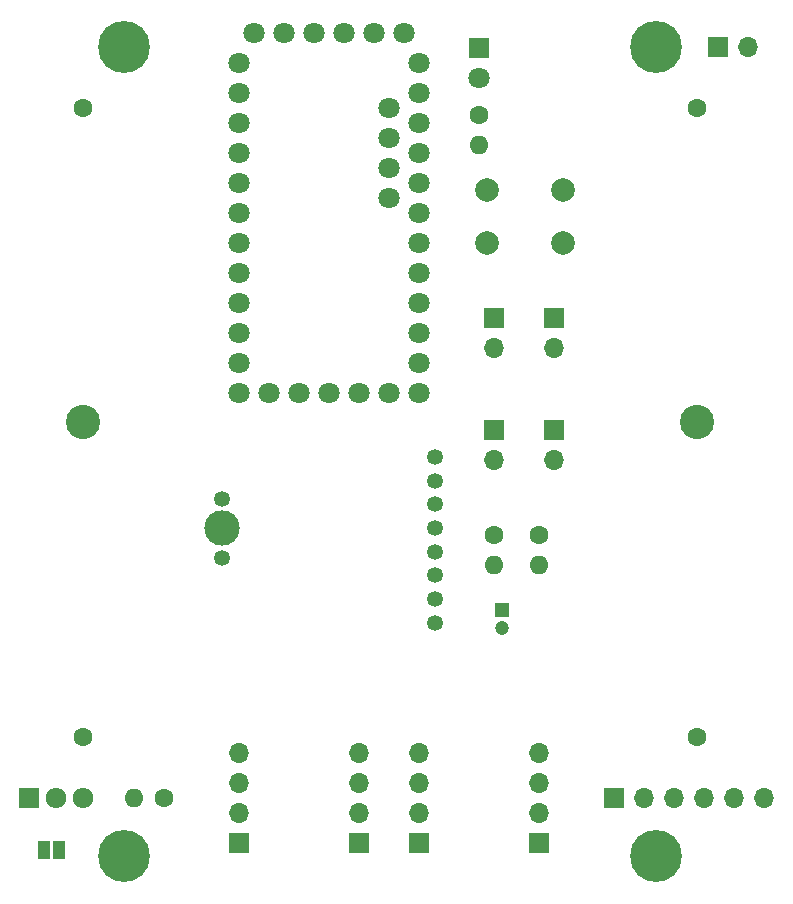
<source format=gbr>
G04 #@! TF.GenerationSoftware,KiCad,Pcbnew,5.1.10-88a1d61d58~88~ubuntu18.04.1*
G04 #@! TF.CreationDate,2021-10-06T13:12:02+02:00*
G04 #@! TF.ProjectId,HB-UNI-SEN-BATT_FUEL4EP,48422d55-4e49-42d5-9345-4e2d42415454,rev?*
G04 #@! TF.SameCoordinates,Original*
G04 #@! TF.FileFunction,Soldermask,Bot*
G04 #@! TF.FilePolarity,Negative*
%FSLAX46Y46*%
G04 Gerber Fmt 4.6, Leading zero omitted, Abs format (unit mm)*
G04 Created by KiCad (PCBNEW 5.1.10-88a1d61d58~88~ubuntu18.04.1) date 2021-10-06 13:12:02*
%MOMM*%
%LPD*%
G01*
G04 APERTURE LIST*
%ADD10C,0.700000*%
%ADD11C,4.400000*%
%ADD12C,2.900000*%
%ADD13C,1.600000*%
%ADD14C,2.000000*%
%ADD15R,1.000000X1.500000*%
%ADD16O,1.600000X1.600000*%
%ADD17O,1.717500X1.800000*%
%ADD18R,1.717500X1.800000*%
%ADD19C,1.800000*%
%ADD20R,1.800000X1.800000*%
%ADD21C,1.200000*%
%ADD22R,1.200000X1.200000*%
%ADD23C,3.000000*%
%ADD24C,1.350000*%
%ADD25O,1.700000X1.700000*%
%ADD26R,1.700000X1.700000*%
G04 APERTURE END LIST*
D10*
X162272800Y-148477200D03*
X161000000Y-147950000D03*
X159727200Y-148477200D03*
X159200000Y-149750000D03*
X159727200Y-151022800D03*
X161000000Y-151550000D03*
X162272800Y-151022800D03*
X162800000Y-149750000D03*
D11*
X161000000Y-149750000D03*
D10*
X117272800Y-148477200D03*
X116000000Y-147950000D03*
X114727200Y-148477200D03*
X114200000Y-149750000D03*
X114727200Y-151022800D03*
X116000000Y-151550000D03*
X117272800Y-151022800D03*
X117800000Y-149750000D03*
D11*
X116000000Y-149750000D03*
D10*
X162272800Y-79977200D03*
X161000000Y-79450000D03*
X159727200Y-79977200D03*
X159200000Y-81250000D03*
X159727200Y-82522800D03*
X161000000Y-83050000D03*
X162272800Y-82522800D03*
X162800000Y-81250000D03*
D11*
X161000000Y-81250000D03*
D10*
X117272800Y-79977200D03*
X116000000Y-79450000D03*
X114727200Y-79977200D03*
X114200000Y-81250000D03*
X114727200Y-82522800D03*
X116000000Y-83050000D03*
X117272800Y-82522800D03*
X117800000Y-81250000D03*
D11*
X116000000Y-81250000D03*
D12*
X164500000Y-113000000D03*
D13*
X164500000Y-86400000D03*
X164500000Y-139600000D03*
D14*
X153185000Y-93345000D03*
X153185000Y-97845000D03*
X146685000Y-93345000D03*
X146685000Y-97845000D03*
D15*
X109200000Y-149225000D03*
X110500000Y-149225000D03*
D16*
X147320000Y-125095000D03*
D13*
X147320000Y-122555000D03*
D16*
X151130000Y-125095000D03*
D13*
X151130000Y-122555000D03*
D16*
X116840000Y-144780000D03*
D13*
X119380000Y-144780000D03*
D16*
X146050000Y-89535000D03*
D13*
X146050000Y-86995000D03*
D17*
X112530000Y-144780000D03*
X110240000Y-144780000D03*
D18*
X107950000Y-144780000D03*
D19*
X146050000Y-83820000D03*
D20*
X146050000Y-81280000D03*
D21*
X147955000Y-130405000D03*
D22*
X147955000Y-128905000D03*
D12*
X112500000Y-113000000D03*
D13*
X112500000Y-139600000D03*
X112500000Y-86400000D03*
D19*
X139700000Y-80010000D03*
X137160000Y-80010000D03*
X134620000Y-80010000D03*
X132080000Y-80010000D03*
X129540000Y-80010000D03*
X127000000Y-80010000D03*
X128270000Y-110490000D03*
X130810000Y-110490000D03*
X133350000Y-110490000D03*
X138430000Y-91440000D03*
X138430000Y-93980000D03*
X125730000Y-110490000D03*
X125730000Y-107950000D03*
X125730000Y-105410000D03*
X125730000Y-102870000D03*
X125730000Y-100330000D03*
X125730000Y-97790000D03*
X125730000Y-95250000D03*
X125730000Y-92710000D03*
X125730000Y-90170000D03*
X125730000Y-87630000D03*
X125730000Y-85090000D03*
X125730000Y-82550000D03*
X140970000Y-82550000D03*
X140970000Y-85090000D03*
X140970000Y-87630000D03*
X140970000Y-90170000D03*
X140970000Y-92710000D03*
X140970000Y-95250000D03*
X140970000Y-97790000D03*
X140970000Y-100330000D03*
X140970000Y-102870000D03*
X140970000Y-105410000D03*
X140970000Y-107950000D03*
X140970000Y-110490000D03*
X138430000Y-110490000D03*
X135890000Y-110490000D03*
X138430000Y-88900000D03*
X138430000Y-86360000D03*
D23*
X124280000Y-121945000D03*
D24*
X124280000Y-119445000D03*
X124280000Y-124445000D03*
X142280000Y-117945000D03*
X142280000Y-119945000D03*
X142280000Y-121945000D03*
X142280000Y-123945000D03*
X142280000Y-125945000D03*
X142280000Y-127945000D03*
X142280000Y-129945000D03*
X142280000Y-115945000D03*
D25*
X168790000Y-81250000D03*
D26*
X166250000Y-81250000D03*
D25*
X151130000Y-140970000D03*
X151130000Y-143510000D03*
X151130000Y-146050000D03*
D26*
X151130000Y-148590000D03*
D25*
X140970000Y-140970000D03*
X140970000Y-143510000D03*
X140970000Y-146050000D03*
D26*
X140970000Y-148590000D03*
D25*
X135890000Y-140970000D03*
X135890000Y-143510000D03*
X135890000Y-146050000D03*
D26*
X135890000Y-148590000D03*
D25*
X125730000Y-140970000D03*
X125730000Y-143510000D03*
X125730000Y-146050000D03*
D26*
X125730000Y-148590000D03*
D25*
X170180000Y-144780000D03*
X167640000Y-144780000D03*
X165100000Y-144780000D03*
X162560000Y-144780000D03*
X160020000Y-144780000D03*
D26*
X157480000Y-144780000D03*
D25*
X152400000Y-106680000D03*
D26*
X152400000Y-104140000D03*
D25*
X147320000Y-106680000D03*
D26*
X147320000Y-104140000D03*
D25*
X152400000Y-116205000D03*
D26*
X152400000Y-113665000D03*
D25*
X147320000Y-116205000D03*
D26*
X147320000Y-113665000D03*
M02*

</source>
